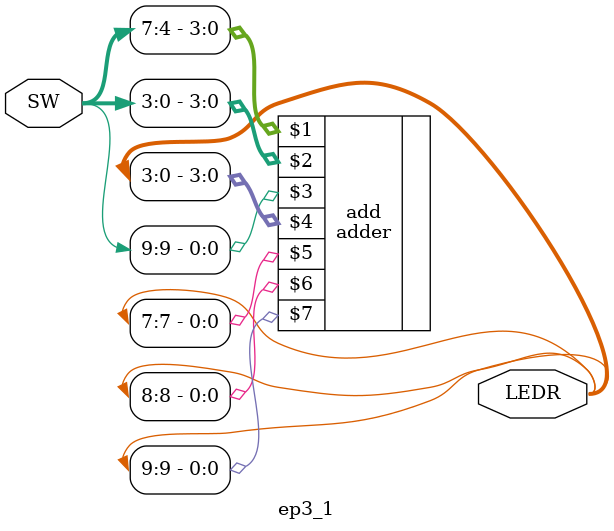
<source format=v>


module ep3_1(

	//////////// SW //////////
	input 		     [9:0]		SW,

	//////////// LED //////////
	output		     [9:0]		LEDR
);



//=======================================================
//  REG/WIRE declarations
//=======================================================


adder add(SW[7:4],SW[3:0],SW[9],LEDR[3:0],LEDR[7],LEDR[8],LEDR[9]);

//=======================================================
//  Structural coding
//=======================================================



endmodule

</source>
